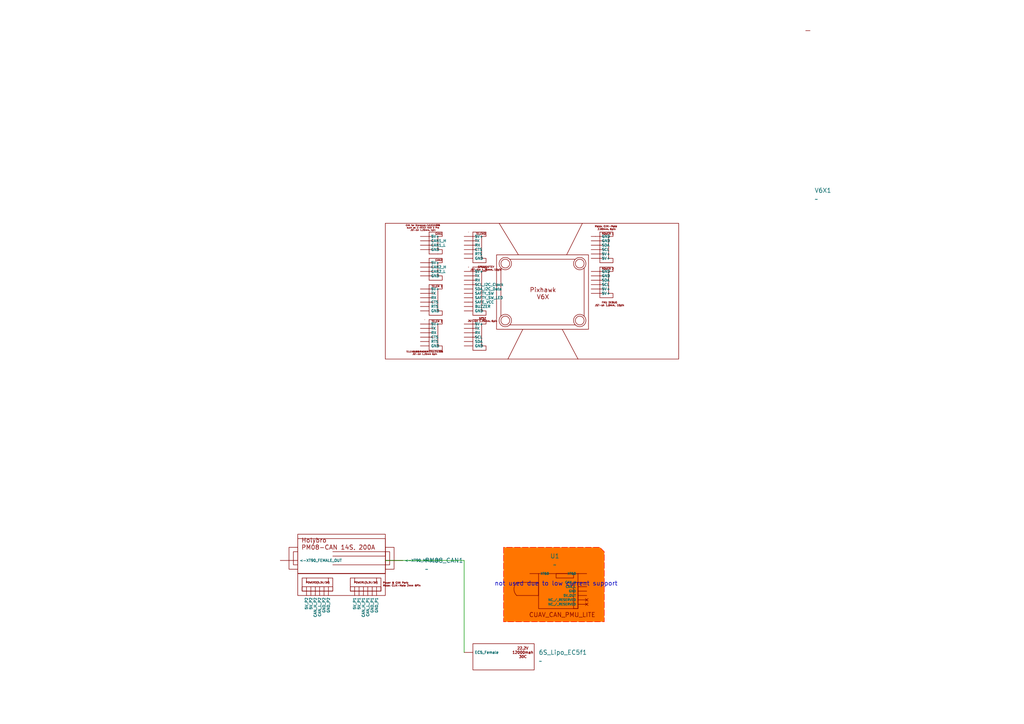
<source format=kicad_sch>
(kicad_sch (version 20250114) (generator "eeschema") (generator_version "9.0")
  (paper "A4")
  (lib_symbols
    (symbol "Drones:6S_Lipo_EC5_Tattu"
      (property "Reference" "6S_Lipo_EC5f" (at 0 -2.286 0))
      (symbol "6S_Lipo_EC5_Tattu_0_1"
        (rectangle (start -8.89 3.81) (end 8.89 -3.81))
      )
      (symbol "6S_Lipo_EC5_Tattu_1_1"
        (text "22.2V\n12000mah\n30C" (at 5.588 1.27 0) (effects (font (size 0.762 0.762))))
        (pin power_out line (at -11.43 1.27 0) (length 2.54) (name "EC5_Female") (number ""))
      )
    )
    (symbol "Drones:CUAV_CAN_PMU_LITE"
      (property "Reference" "U" (at 1.27 1.524 0))
      (symbol "CUAV_CAN_PMU_LITE_0_1"
        (polyline (pts (xy -25.4 0) (xy -19.05 0) (xy -19.05 -3.81) (xy -25.4 -3.81)))
        (arc (start -25.4 -3.81) (mid -26.1891 -1.905) (end -25.4 0))
        (rectangle (start -19.05 2.54) (end -7.62 -7.62))
        (rectangle (start -13.97 2.54) (end -8.89 1.27))
        (rectangle (start -8.89 0) (end -7.62 -7.62))
      )
      (symbol "CUAV_CAN_PMU_LITE_1_1"
        (text "CUAV_CAN_PMU_LITE" (at -12.192 -9.398 0) (effects (font (size 1.27 1.27))))
        (pin input line (at -21.59 2.54 0) (length 2.54) (name "XT60") (number ""))
        (pin output line (at -5.08 2.54 180) (length 2.54) (name "XT60") (number ""))
        (pin bidirectional line (at -5.08 0 180) (length 2.54) (name "CAN_H") (number ""))
        (pin bidirectional line (at -5.08 -1.27 180) (length 2.54) (name "CAN_L") (number ""))
        (pin passive line (at -5.08 -2.54 180) (length 2.54) (name "GND") (number ""))
        (pin output line (at -5.08 -3.81 180) (length 2.54) (name "5V_OUT") (number ""))
        (pin no_connect line (at -5.08 -5.08 180) (length 2.54) (name "NC_/_RESERVED") (number ""))
        (pin no_connect line (at -5.08 -6.35 180) (length 2.54) (name "NC_/_RESERVED") (number ""))
      )
    )
    (symbol "Drones:CUAV_Pixhawk_V6X"
      (property "Reference" "V6X" (at 10.668 -19.812 0))
      (symbol "CUAV_Pixhawk_V6X_0_1"
        (rectangle (start -16.51 27.94) (end 68.58 -11.43))
        (polyline (pts (xy -5.08 21.59) (xy -5.08 21.59)))
        (polyline (pts (xy -5.08 21.59) (xy -5.08 21.59)))
        (polyline (pts (xy -5.08 13.97) (xy -5.08 13.97)))
        (polyline (pts (xy -5.08 13.97) (xy -5.08 13.97)))
        (polyline (pts (xy -3.81 25.4) (xy -3.81 19.05)))
        (polyline (pts (xy -3.81 25.4) (xy -1.27 25.4)))
        (polyline (pts (xy -3.81 24.13) (xy -2.54 24.13)))
        (polyline (pts (xy -3.81 22.86) (xy -2.54 22.86)))
        (polyline (pts (xy -3.81 21.59) (xy -2.54 21.59)))
        (polyline (pts (xy -3.81 20.32) (xy -2.54 20.32)))
        (polyline (pts (xy -3.81 19.05) (xy -1.27 19.05)))
        (polyline (pts (xy -3.81 17.78) (xy -3.81 11.43)))
        (polyline (pts (xy -3.81 17.78) (xy -1.27 17.78)))
        (polyline (pts (xy -3.81 16.51) (xy -2.54 16.51)))
        (polyline (pts (xy -3.81 15.24) (xy -2.54 15.24)))
        (polyline (pts (xy -3.81 13.97) (xy -2.54 13.97)))
        (polyline (pts (xy -3.81 12.7) (xy -2.54 12.7)))
        (polyline (pts (xy -3.81 11.43) (xy -1.27 11.43)))
        (polyline (pts (xy -3.81 10.16) (xy -3.81 1.27)))
        (polyline (pts (xy -3.81 10.16) (xy -1.27 10.16)))
        (polyline (pts (xy -3.81 8.89) (xy -2.54 8.89)))
        (polyline (pts (xy -3.81 7.62) (xy -2.54 7.62)))
        (polyline (pts (xy -3.81 6.35) (xy -2.54 6.35)))
        (polyline (pts (xy -3.81 5.08) (xy -2.54 5.08)))
        (polyline (pts (xy -3.81 1.27) (xy -1.27 1.27)))
        (polyline (pts (xy -3.81 0) (xy -3.81 -8.89)))
        (polyline (pts (xy -3.81 0) (xy -1.27 0)))
        (polyline (pts (xy -3.81 -1.27) (xy -2.54 -1.27)))
        (polyline (pts (xy -3.81 -2.54) (xy -2.54 -2.54)))
        (polyline (pts (xy -3.81 -3.81) (xy -2.54 -3.81)))
        (polyline (pts (xy -3.81 -5.08) (xy -2.54 -5.08)))
        (polyline (pts (xy -3.81 -8.89) (xy -1.27 -8.89)))
        (polyline (pts (xy -1.27 25.4) (xy 0 25.4) (xy 0 24.13) (xy -1.27 24.13)))
        (polyline (pts (xy -1.27 24.13) (xy -1.27 20.32) (xy -1.27 22.86)))
        (polyline (pts (xy -1.27 20.32) (xy 0 20.32) (xy 0 19.05) (xy -1.27 19.05)))
        (polyline (pts (xy -1.27 17.78) (xy 0 17.78) (xy 0 16.51) (xy -1.27 16.51)))
        (polyline (pts (xy -1.27 16.51) (xy -1.27 12.7) (xy -1.27 15.24)))
        (polyline (pts (xy -1.27 12.7) (xy 0 12.7) (xy 0 11.43) (xy -1.27 11.43)))
        (polyline (pts (xy -1.27 10.16) (xy 0 10.16) (xy 0 8.89) (xy -1.27 8.89)))
        (polyline (pts (xy -1.27 2.54) (xy -1.27 8.89)))
        (polyline (pts (xy -1.27 2.54) (xy 0 2.54) (xy 0 1.27) (xy -1.27 1.27)))
        (polyline (pts (xy -1.27 0) (xy 0 0) (xy 0 -1.27) (xy -1.27 -1.27)))
        (polyline (pts (xy -1.27 -7.62) (xy -1.27 -1.27)))
        (polyline (pts (xy -1.27 -7.62) (xy 0 -7.62) (xy 0 -8.89) (xy -1.27 -8.89)))
        (polyline (pts (xy 8.89 25.4) (xy 8.89 16.51)))
        (polyline (pts (xy 8.89 25.4) (xy 11.43 25.4)))
        (polyline (pts (xy 8.89 24.13) (xy 10.16 24.13)))
        (polyline (pts (xy 8.89 22.86) (xy 10.16 22.86)))
        (polyline (pts (xy 8.89 21.59) (xy 10.16 21.59)))
        (polyline (pts (xy 8.89 20.32) (xy 10.16 20.32)))
        (polyline (pts (xy 8.89 16.51) (xy 11.43 16.51)))
        (polyline (pts (xy 8.89 15.24) (xy 8.89 1.27)))
        (polyline (pts (xy 8.89 15.24) (xy 11.43 15.24)))
        (polyline (pts (xy 8.89 13.97) (xy 10.16 13.97)))
        (polyline (pts (xy 8.89 12.7) (xy 10.16 12.7)))
        (polyline (pts (xy 8.89 11.43) (xy 10.16 11.43)))
        (polyline (pts (xy 8.89 10.16) (xy 10.16 10.16)))
        (polyline (pts (xy 8.89 1.27) (xy 11.43 1.27)))
        (polyline (pts (xy 8.89 1.27) (xy 11.43 1.27)))
        (polyline (pts (xy 8.89 0) (xy 8.89 -8.89)))
        (polyline (pts (xy 8.89 0) (xy 11.43 0)))
        (polyline (pts (xy 8.89 -1.27) (xy 10.16 -1.27)))
        (polyline (pts (xy 8.89 -2.54) (xy 10.16 -2.54)))
        (polyline (pts (xy 8.89 -3.81) (xy 10.16 -3.81)))
        (polyline (pts (xy 8.89 -5.08) (xy 10.16 -5.08)))
        (polyline (pts (xy 8.89 -8.89) (xy 11.43 -8.89)))
        (polyline (pts (xy 11.43 25.4) (xy 12.7 25.4) (xy 12.7 24.13) (xy 11.43 24.13)))
        (polyline (pts (xy 11.43 17.78) (xy 11.43 24.13)))
        (polyline (pts (xy 11.43 17.78) (xy 12.7 17.78) (xy 12.7 16.51) (xy 11.43 16.51)))
        (polyline (pts (xy 11.43 15.24) (xy 12.7 15.24) (xy 12.7 13.97) (xy 11.43 13.97)))
        (polyline (pts (xy 11.43 2.54) (xy 11.43 13.97)))
        (polyline (pts (xy 11.43 2.54) (xy 12.7 2.54) (xy 12.7 1.27) (xy 11.43 1.27)))
        (polyline (pts (xy 11.43 0) (xy 12.7 0) (xy 12.7 -1.27) (xy 11.43 -1.27)))
        (polyline (pts (xy 11.43 -7.62) (xy 11.43 -1.27)))
        (polyline (pts (xy 11.43 -7.62) (xy 12.7 -7.62) (xy 12.7 -8.89) (xy 11.43 -8.89)))
        (rectangle (start 15.748 18.796) (end 42.418 -2.794))
        (polyline (pts (xy 17.018 14.986) (xy 17.018 1.016)))
        (circle (center 18.288 16.256) (radius 1.27))
        (circle (center 18.288 16.256) (radius 1.7961))
        (circle (center 18.288 -0.254) (radius 1.27))
        (circle (center 18.288 -0.254) (radius 1.7961))
        (polyline (pts (xy 19.558 -1.524) (xy 38.608 -1.524)))
        (polyline (pts (xy 22.098 18.796) (xy 16.51 27.94)))
        (polyline (pts (xy 23.368 -2.794) (xy 19.05 -11.43)))
        (polyline (pts (xy 34.798 -2.794) (xy 39.37 -11.43)))
        (polyline (pts (xy 36.068 18.796) (xy 40.64 27.94)))
        (polyline (pts (xy 38.608 17.526) (xy 19.558 17.526)))
        (circle (center 39.878 16.256) (radius 1.27))
        (circle (center 39.878 16.256) (radius 1.7961))
        (circle (center 39.878 -0.254) (radius 1.27))
        (circle (center 39.878 -0.254) (radius 1.7961))
        (polyline (pts (xy 41.148 14.986) (xy 41.148 1.016)))
        (polyline (pts (xy 45.72 25.4) (xy 45.72 16.51)))
        (polyline (pts (xy 45.72 25.4) (xy 48.26 25.4)))
        (polyline (pts (xy 45.72 24.13) (xy 46.99 24.13)))
        (polyline (pts (xy 45.72 22.86) (xy 46.99 22.86)))
        (polyline (pts (xy 45.72 21.59) (xy 46.99 21.59)))
        (polyline (pts (xy 45.72 20.32) (xy 46.99 20.32)))
        (polyline (pts (xy 45.72 19.05) (xy 46.99 19.05)))
        (polyline (pts (xy 45.72 17.78) (xy 46.99 17.78)))
        (polyline (pts (xy 45.72 16.51) (xy 48.26 16.51)))
        (polyline (pts (xy 45.72 15.24) (xy 45.72 6.35)))
        (polyline (pts (xy 45.72 15.24) (xy 48.26 15.24)))
        (polyline (pts (xy 45.72 13.97) (xy 46.99 13.97)))
        (polyline (pts (xy 45.72 12.7) (xy 46.99 12.7)))
        (polyline (pts (xy 45.72 11.43) (xy 46.99 11.43)))
        (polyline (pts (xy 45.72 10.16) (xy 46.99 10.16)))
        (polyline (pts (xy 45.72 8.89) (xy 46.99 8.89)))
        (polyline (pts (xy 45.72 7.62) (xy 46.99 7.62)))
        (polyline (pts (xy 45.72 6.35) (xy 48.26 6.35)))
        (polyline (pts (xy 48.26 25.4) (xy 49.53 25.4) (xy 49.53 24.13) (xy 48.26 24.13)))
        (polyline (pts (xy 48.26 17.78) (xy 48.26 24.13)))
        (polyline (pts (xy 48.26 17.78) (xy 49.53 17.78) (xy 49.53 16.51) (xy 48.26 16.51)))
        (polyline (pts (xy 48.26 15.24) (xy 49.53 15.24) (xy 49.53 13.97) (xy 48.26 13.97)))
        (polyline (pts (xy 48.26 7.62) (xy 48.26 13.97)))
        (polyline (pts (xy 48.26 7.62) (xy 49.53 7.62) (xy 49.53 6.35) (xy 48.26 6.35)))
      )
      (symbol "CUAV_Pixhawk_V6X_1_1"
        (rectangle (start -5.08 0) (end -5.08 0))
        (rectangle (start -5.08 -10.16) (end -5.08 -10.16))
        (rectangle (start 7.62 25.4) (end 7.62 25.4))
        (rectangle (start 7.62 15.24) (end 7.62 15.24))
        (rectangle (start 7.62 15.24) (end 7.62 15.24))
        (rectangle (start 7.62 5.08) (end 7.62 5.08))
        (rectangle (start 7.62 0) (end 7.62 0))
        (rectangle (start 44.45 24.13) (end 44.45 24.13))
        (rectangle (start 105.41 83.82) (end 106.68 83.82))
        (text "CAN for Dronecan/UAVCAN设备\nsuch as C-RTK2、NEO 3 Pro\nJST-GH 1.25mm，4pin" (at -5.588 26.67 0) (effects (font (size 0.4318 0.4318))))
        (text "TELEM连接数传或者其它Mavlink设备\nJST-GH 1.25mm 6pin\n" (at -5.08 -9.652 0) (effects (font (size 0.4318 0.4318))))
        (text "TELEM 1\n" (at -1.524 9.652 0) (effects (font (size 0.508 0.508))))
        (text "TELEM 2\n" (at -1.524 -0.508 0) (effects (font (size 0.508 0.508))))
        (text "CAN1" (at -1.016 24.892 0) (effects (font (size 0.508 0.508))))
        (text "CAN2\n" (at -1.016 17.272 0) (effects (font (size 0.508 0.508))))
        (text "TELEM3\n" (at 11.176 24.892 0) (effects (font (size 0.508 0.508))))
        (text "GPS2\nJST-GH 1.25mm，6pin" (at 11.684 0 0) (effects (font (size 0.508 0.508))))
        (text "GPS&SAFTEY\nJST-GH 1.25mm，10pin\n\n" (at 12.7 14.478 0) (effects (font (size 0.508 0.508))))
        (text "Pixhawk\nV6X" (at 29.21 7.62 0) (effects (font (size 1.27 1.27))))
        (text "Molex CliK-Mate\n 2.00mm，6pin" (at 47.498 26.67 0) (effects (font (size 0.508 0.508))))
        (text "POWER 1" (at 48.006 24.892 0) (effects (font (size 0.508 0.508))))
        (text "POWER 2\n" (at 48.006 14.732 0) (effects (font (size 0.508 0.508))))
        (text "FMU DEBUG\nJST-sh 1.0mm, 10pin" (at 48.514 4.572 0) (effects (font (size 0.508 0.508))))
        (pin power_out line (at -6.35 24.13 0) (length 2.54) (name "5V+") (number ""))
        (pin bidirectional line (at -6.35 22.86 0) (length 2.54) (name "CAN1_H") (number ""))
        (pin bidirectional line (at -6.35 21.59 0) (length 2.54) (name "CAN1_L") (number ""))
        (pin passive line (at -6.35 20.32 0) (length 2.54) (name "GND") (number ""))
        (pin power_out line (at -6.35 16.51 0) (length 2.54) (name "5V+") (number ""))
        (pin bidirectional line (at -6.35 15.24 0) (length 2.54) (name "CAN2_H") (number ""))
        (pin bidirectional line (at -6.35 13.97 0) (length 2.54) (name "CAN2_L") (number ""))
        (pin passive line (at -6.35 12.7 0) (length 2.54) (name "GND") (number ""))
        (pin power_out line (at -6.35 8.89 0) (length 2.54) (name "5V+") (number ""))
        (pin output line (at -6.35 7.62 0) (length 2.54) (name "TX") (number ""))
        (pin input line (at -6.35 6.35 0) (length 2.54) (name "RX") (number ""))
        (pin output line (at -6.35 5.08 0) (length 2.54) (name "CTS") (number ""))
        (pin input line (at -6.35 3.81 0) (length 2.54) (name "RTS") (number ""))
        (pin passive line (at -6.35 2.54 0) (length 2.54) (name "GND") (number ""))
        (pin power_out line (at -6.35 -1.27 0) (length 2.54) (name "5V+") (number ""))
        (pin output line (at -6.35 -2.54 0) (length 2.54) (name "TX") (number ""))
        (pin input line (at -6.35 -3.81 0) (length 2.54) (name "RX") (number ""))
        (pin output line (at -6.35 -5.08 0) (length 2.54) (name "CTS") (number ""))
        (pin input line (at -6.35 -6.35 0) (length 2.54) (name "RTS") (number ""))
        (pin passive line (at -6.35 -7.62 0) (length 2.54) (name "GND") (number ""))
        (pin power_out line (at 6.35 24.13 0) (length 2.54) (name "5V+") (number ""))
        (pin output line (at 6.35 22.86 0) (length 2.54) (name "TX") (number ""))
        (pin input line (at 6.35 21.59 0) (length 2.54) (name "RX") (number ""))
        (pin output line (at 6.35 20.32 0) (length 2.54) (name "CTS") (number ""))
        (pin input line (at 6.35 19.05 0) (length 2.54) (name "RTS") (number ""))
        (pin passive line (at 6.35 17.78 0) (length 2.54) (name "GND") (number ""))
        (pin power_out line (at 6.35 13.97 0) (length 2.54) (name "5V+") (number ""))
        (pin output line (at 6.35 12.7 0) (length 2.54) (name "TX") (number ""))
        (pin input line (at 6.35 11.43 0) (length 2.54) (name "RX") (number ""))
        (pin output line (at 6.35 10.16 0) (length 2.54) (name "SCL_I2C_Clock") (number ""))
        (pin bidirectional line (at 6.35 8.89 0) (length 2.54) (name "SDA_I2C_Data") (number ""))
        (pin input line (at 6.35 7.62 0) (length 2.54) (name "SAFTY_SW") (number ""))
        (pin output line (at 6.35 6.35 0) (length 2.54) (name "SAFTY_SW_LED") (number ""))
        (pin power_out line (at 6.35 5.08 0) (length 2.54) (name "SAFE_VCC") (number ""))
        (pin output line (at 6.35 3.81 0) (length 2.54) (name "BUZZER") (number ""))
        (pin passive line (at 6.35 2.54 0) (length 2.54) (name "GND") (number ""))
        (pin power_out line (at 6.35 -1.27 0) (length 2.54) (name "5V+") (number ""))
        (pin output line (at 6.35 -2.54 0) (length 2.54) (name "TX") (number ""))
        (pin input line (at 6.35 -3.81 0) (length 2.54) (name "RX") (number ""))
        (pin bidirectional line (at 6.35 -5.08 0) (length 2.54) (name "SCL") (number ""))
        (pin input line (at 6.35 -6.35 0) (length 2.54) (name "SDA") (number ""))
        (pin passive line (at 6.35 -7.62 0) (length 2.54) (name "GND") (number ""))
        (pin passive line (at 43.18 24.13 0) (length 2.54) (name "GND") (number ""))
        (pin passive line (at 43.18 22.86 0) (length 2.54) (name "GND") (number ""))
        (pin input line (at 43.18 21.59 0) (length 2.54) (name "SDA") (number ""))
        (pin bidirectional line (at 43.18 20.32 0) (length 2.54) (name "SCL") (number ""))
        (pin power_out line (at 43.18 19.05 0) (length 2.54) (name "5V+") (number ""))
        (pin power_out line (at 43.18 17.78 0) (length 2.54) (name "5V+") (number ""))
        (pin passive line (at 43.18 13.97 0) (length 2.54) (name "GND") (number ""))
        (pin passive line (at 43.18 12.7 0) (length 2.54) (name "GND") (number ""))
        (pin input line (at 43.18 11.43 0) (length 2.54) (name "SDA") (number ""))
        (pin bidirectional line (at 43.18 10.16 0) (length 2.54) (name "SCL") (number ""))
        (pin power_out line (at 43.18 8.89 0) (length 2.54) (name "5V+") (number ""))
        (pin power_out line (at 43.18 7.62 0) (length 2.54) (name "5V+") (number ""))
      )
    )
    (symbol "Drones:PM08_CAN_XT90"
      (property "Reference" "PM08_CAN" (at 0.254 -15.494 0))
      (symbol "PM08_CAN_XT90_0_1"
        (rectangle (start -15.24 7.62) (end -12.7 1.27))
        (rectangle (start -12.7 10.16) (end 12.7 0))
        (rectangle (start -12.7 6.35) (end -13.97 2.54))
        (rectangle (start -12.7 0) (end 12.7 -6.35))
        (rectangle (start -11.43 -3.81) (end -2.54 -5.08))
        (polyline (pts (xy -10.16 -1.27) (xy -10.16 -2.54)))
        (polyline (pts (xy -3.81 -1.27) (xy -3.81 -2.54)))
        (rectangle (start 2.54 -3.81) (end 11.43 -5.08))
        (polyline (pts (xy 3.81 -1.27) (xy 3.81 -2.54)))
        (polyline (pts (xy 10.16 -1.27) (xy 10.16 -2.54)))
        (rectangle (start 12.7 7.62) (end 15.24 1.27))
        (rectangle (start 12.7 6.35) (end 13.97 2.54))
        (polyline (pts (xy 12.7 5.08) (xy -2.54 5.08) (xy 12.7 5.08) (xy 12.7 6.35) (xy -2.54 6.35)))
        (polyline (pts (xy 12.7 2.54) (xy -2.54 2.54)))
      )
      (symbol "PM08_CAN_XT90_1_1"
        (text "Power & CAN Port: \nMolex CLIK-Mate 2mm 6Pin" (at 11.938 -3.048 0) (effects (font (size 0.508 0.508)) (justify left)))
        (text_box "Holybro\nPM08-CAN 14S, 200A" (at -12.7 11.43 0) (size 25.4 -11.43) (margins 1.016 1.016 1.016 1.016) (effects (font (size 1.27 1.27)) (justify left top)))
        (text_box "POWER2(5.3V/3A)" (at -11.43 -1.27 0) (size 8.89 -3.81) (margins 1.016 1.016 1.016 1.016) (effects (font (size 0.508 0.508)) (justify left top)))
        (text_box "POWER1(5.3V/3A)" (at 2.54 -1.27 0) (size 8.89 -3.81) (margins 1.016 1.016 1.016 1.016) (effects (font (size 0.508 0.508)) (justify left top)))
        (pin power_out line (at -17.78 3.81 0) (length 5.08) (name "<-XT90_FEMALE_OUT") (number ""))
        (pin unspecified line (at -10.16 -3.81 270) (length 2.54) (name "5V_P2") (number ""))
        (pin unspecified line (at -8.89 -3.81 270) (length 2.54) (name "5V_P2") (number ""))
        (pin unspecified line (at -7.62 -3.81 270) (length 2.54) (name "CAN_H_P2") (number ""))
        (pin unspecified line (at -6.35 -3.81 270) (length 2.54) (name "CAN_L_P2") (number ""))
        (pin passive line (at -5.08 -3.81 270) (length 2.54) (name "GND_P2") (number ""))
        (pin passive line (at -3.81 -3.81 270) (length 2.54) (name "GND_P2") (number ""))
        (pin unspecified line (at 3.81 -3.81 270) (length 2.54) (name "5V_P1") (number ""))
        (pin unspecified line (at 5.08 -3.81 270) (length 2.54) (name "5V_P1") (number ""))
        (pin unspecified line (at 6.35 -3.81 270) (length 2.54) (name "CAN_H_P1") (number ""))
        (pin unspecified line (at 7.62 -3.81 270) (length 2.54) (name "CAN_L_P1") (number ""))
        (pin passive line (at 8.89 -3.81 270) (length 2.54) (name "GND_P1") (number ""))
        (pin passive line (at 10.16 -3.81 270) (length 2.54) (name "GND_P1") (number ""))
        (pin power_in line (at 12.7 3.81 0) (length 5.08) (name "<-XT90_MALE_IN'") (number ""))
      )
    )
  )
  (text "not used due to low current support\n" (at 161.29 169.418 0) (effects (font (size 1.27 1.27))))
  (wire (pts (xy 134.62 189.23) (xy 134.62 162.56)))
  (wire (pts (xy 111.76 162.56) (xy 134.62 162.56)))
  (rule_area (polyline (pts (xy 146.05 158.75) (xy 146.05 180.34) (xy 175.26 180.34) (xy 175.26 160.02) (xy 173.99 158.75)) (stroke (width 0) (type dash)) (fill (type color) (color 255 117 0 1))))
  (symbol (lib_id "Drones:CUAV_CAN_PMU_LITE") (at 175.26 168.91 0) (unit 1)
    (property "Reference" "U1" (at 160.9178 161.29 0))
    (property "Value" "~" (at 160.9178 163.83 0))
    (property "Description" "DroneCAN CAN PMU module with inline high-current path. Measures VBAT voltage/current, provides regulated 5V output for flight controller, and reports battery data via CAN (UAVCAN/DroneCAN). XT60 VBAT_IN and VBAT_OUT pass-through; Power/CAN 6-pin connector. Input 10–62V; up to ~90A sensing. Left XT60 = VBAT_IN, right XT60 = VBAT_OUT." (effects (hide yes)))
  )
  (symbol (lib_id "Drones:PM08_CAN_XT90") (at 99.06 166.37 0) (unit 1)
    (property "Reference" "PM08_CAN1" (at 123.19 162.5599 0) (effects (justify left)))
    (property "Value" "~" (at 123.19 165.0999 0) (effects (justify left)))
  )
  (symbol (lib_id "Drones:6S_Lipo_EC5_Tattu") (at 146.05 190.5 0) (unit 1)
    (property "Reference" "6S_Lipo_EC5f1" (at 156.21 189.2299 0) (effects (justify left)))
    (property "Value" "~" (at 156.21 191.7699 0) (effects (justify left)))
    (property "Description" "lipo /tattu/30c /22.2v /266.4wh/ EC5 female/ 12000mah" (effects (hide yes)))
  )
  (symbol (lib_id "Drones:CUAV_Pixhawk_V6X") (at 128.27 92.71 0) (unit 1)
    (property "Reference" "V6X1" (at 236.22 55.2449 0) (effects (justify left)))
    (property "Value" "~" (at 236.22 57.7849 0) (effects (justify left)))
  )
)
</source>
